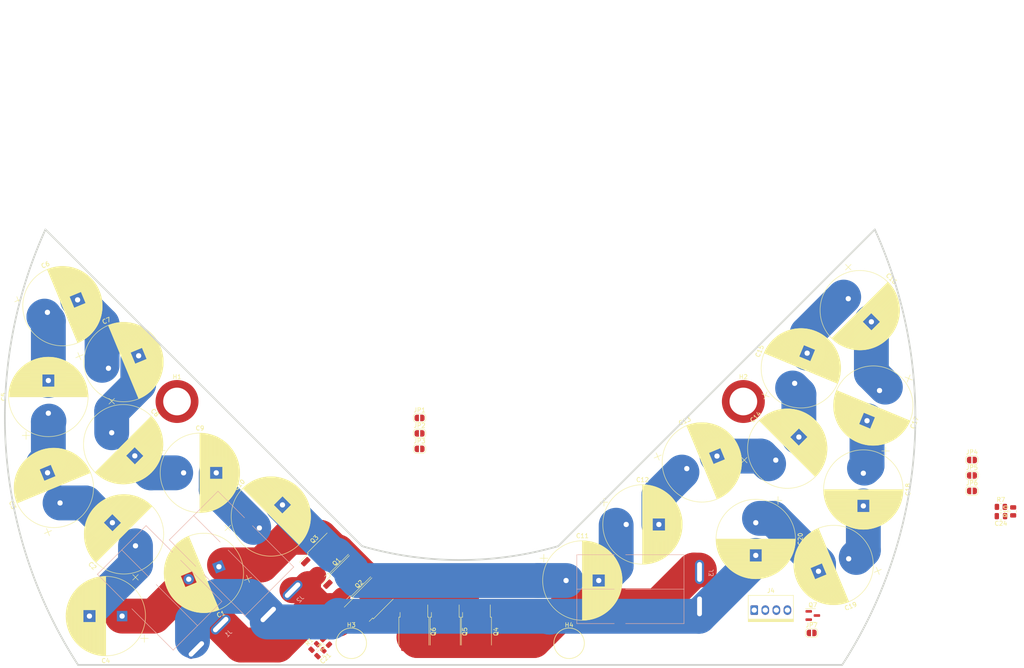
<source format=kicad_pcb>
(kicad_pcb (version 20221018) (generator pcbnew)
  (layers (0 "F.Cu" signal) (31 "B.Cu" signal) (34 "B.Paste" user) (35 "F.Paste" user) (36 "B.SilkS" user "B.Silkscreen") (37 "F.SilkS" user "F.Silkscreen") (38 "B.Mask" user) (39 "F.Mask" user) (44 "Edge.Cuts" user))
  (net 0 "")
  (net 1 "VBUS")
  (net 2 "Net-(C1-Pad2)")
  (net 3 "Net-(C2-Pad1)")
  (net 4 "Net-(C2-Pad2)")
  (net 5 "Net-(C3-Pad2)")
  (net 6 "Net-(C5-Pad2)")
  (net 7 "Net-(C6-Pad2)")
  (net 8 "Net-(C7-Pad2)")
  (net 9 "Net-(C8-Pad2)")
  (net 10 "Net-(C10-Pad1)")
  (net 11 "Net-(C10-Pad2)")
  (net 12 "Net-(C11-Pad2)")
  (net 13 "Net-(C12-Pad2)")
  (net 14 "Net-(C13-Pad2)")
  (net 15 "Net-(C14-Pad2)")
  (net 16 "Net-(C15-Pad2)")
  (net 17 "Net-(C16-Pad2)")
  (net 18 "Net-(C17-Pad2)")
  (net 19 "Net-(C18-Pad2)")
  (net 20 "Net-(C19-Pad2)")
  (net 21 "GND")
  (net 22 "VCAP")
  (net 23 "/VBUS_GATE")
  (net 24 "/VCAP_GATE")
  (net 25 "Net-(JP7-A)")
  (net 26 "+5V")
  (net 29 "VOUT")
  (footprint "Jumper:SolderJumper-2_P1.3mm_Open_RoundedPad1.0x1.5mm" (layer "F.Cu") (at 140.675 98.825)
    (fp_text reference "JP2" (at 0 -1.8) (layer "F.SilkS"))
    (fp_text value "SolderJumper_2_Open")
    (pad "1" smd custom (at -0.65 0) (size 1 0.5) (layers "F.Cu" "F.Mask") (net 1 "VBUS") (options (clearance outline) (anchor rect)) (primitives (gr_circle (center 0 0.25) (end 0.5 0.25) (width 0) (fill yes)) (gr_circle (center 0 -0.25) (end 0.5 -0.25) (width 0) (fill yes)) (gr_poly (pts (xy 0.5 0.75) (xy 0 0.75) (xy 0 -0.75) (xy 0.5 -0.75)) (width 0) (fill yes))))
    (pad "2" smd custom (at 0.65 0) (size 1 0.5) (layers "F.Cu" "F.Mask") (net 22 "VCAP") (options (clearance outline) (anchor rect)) (primitives (gr_circle (center 0 0.25) (end 0.5 0.25) (width 0) (fill yes)) (gr_circle (center 0 -0.25) (end 0.5 -0.25) (width 0) (fill yes)) (gr_poly (pts (xy 0 0.75) (xy -0.5 0.75) (xy -0.5 -0.75) (xy 0 -0.75)) (width 0) (fill yes))))
  )
  (footprint "Capacitor_THT:CP_Radial_D18.0mm_P7.50mm" (layer "F.Cu") (at 94.61944 129.425 -157.5)
    (fp_text reference "C1" (at 3.75 -10.25 22.5) (layer "F.SilkS"))
    (fp_text value "120F 2.3v")
    (pad "1" thru_hole rect (at 0 0 202.5) (size 2.4 2.4) (drill 1.2) (layers "*.Cu" "*.Mask") (net 22 "VCAP"))
    (pad "2" thru_hole circle (at 7.5 0 202.5) (size 2.4 2.4) (drill 1.2) (layers "*.Cu" "*.Mask") (net 2 "Net-(C1-Pad2)"))
  )
  (footprint "Capacitor_THT:CP_Radial_D18.0mm_P7.50mm" (layer "F.Cu") (at 239.08133 67.902115 -45)
    (fp_text reference "C16" (at 3.75 -10.25 135) (layer "F.SilkS"))
    (fp_text value "120F 2.3v")
    (pad "1" thru_hole rect (at 0 0 315) (size 2.4 2.4) (drill 1.2) (layers "*.Cu" "*.Mask") (net 16 "Net-(C15-Pad2)"))
    (pad "2" thru_hole circle (at 7.5 0 315) (size 2.4 2.4) (drill 1.2) (layers "*.Cu" "*.Mask") (net 17 "Net-(C16-Pad2)"))
  )
  (footprint "Capacitor_THT:CP_Radial_D18.0mm_P7.50mm" (layer "F.Cu") (at 70.005994 98.670995 -45)
    (fp_text reference "C8" (at 3.75 -10.25 135) (layer "F.SilkS"))
    (fp_text value "120F 2.3v")
    (pad "1" thru_hole rect (at 0 0 315) (size 2.4 2.4) (drill 1.2) (layers "*.Cu" "*.Mask") (net 8 "Net-(C7-Pad2)"))
    (pad "2" thru_hole circle (at 7.5 0 315) (size 2.4 2.4) (drill 1.2) (layers "*.Cu" "*.Mask") (net 9 "Net-(C8-Pad2)"))
  )
  (footprint "Resistor_SMD:R_0805_2012Metric" (layer "F.Cu") (at 116.513473 147.836304 45)
    (fp_text reference "R1" (at 0 -1.65 45) (layer "F.SilkS"))
    (fp_text value "10k")
    (pad "1" smd roundrect (at -0.9125 0 45) (size 1.025 1.4) (layers "F.Cu" "F.Paste" "F.Mask") (roundrect_rratio 0.243902) (net 1 "VBUS"))
    (pad "2" smd roundrect (at 0.9125 0 45) (size 1.025 1.4) (layers "F.Cu" "F.Paste" "F.Mask") (roundrect_rratio 0.243902) (net 23 "/VBUS_GATE"))
  )
  (footprint "Resistor_SMD:R_0805_2012Metric" (layer "F.Cu") (at 274.115 115.685)
    (fp_text reference "R7" (at 0 -1.65) (layer "F.SilkS"))
    (fp_text value "10k")
    (pad "1" smd roundrect (at -0.9125 0) (size 1.025 1.4) (layers "F.Cu" "F.Paste" "F.Mask") (roundrect_rratio 0.243902) (net 22 "VCAP"))
    (pad "2" smd roundrect (at 0.9125 0) (size 1.025 1.4) (layers "F.Cu" "F.Paste" "F.Mask") (roundrect_rratio 0.243902) (net 24 "/VCAP_GATE"))
  )
  (footprint "Capacitor_THT:CP_Radial_D18.0mm_P7.50mm" (layer "F.Cu") (at 55.25189 71.037688 22.5)
    (fp_text reference "C6" (at 3.75 -10.25 22.5) (layer "F.SilkS"))
    (fp_text value "120F 2.3v")
    (pad "1" thru_hole rect (at 0 0 22.5) (size 2.4 2.4) (drill 1.2) (layers "*.Cu" "*.Mask") (net 6 "Net-(C5-Pad2)"))
    (pad "2" thru_hole circle (at 7.5 0 22.5) (size 2.4 2.4) (drill 1.2) (layers "*.Cu" "*.Mask") (net 7 "Net-(C6-Pad2)"))
  )
  (footprint "Jumper:SolderJumper-2_P1.3mm_Open_RoundedPad1.0x1.5mm" (layer "F.Cu") (at 267.475 112.025)
    (fp_text reference "JP6" (at 0 -1.8) (layer "F.SilkS"))
    (fp_text value "SolderJumper_2_Open")
    (pad "1" smd custom (at -0.65 0) (size 1 0.5) (layers "F.Cu" "F.Mask") (net 22 "VCAP") (options (clearance outline) (anchor rect)) (primitives (gr_circle (center 0 0.25) (end 0.5 0.25) (width 0) (fill yes)) (gr_circle (center 0 -0.25) (end 0.5 -0.25) (width 0) (fill yes)) (gr_poly (pts (xy 0.5 0.75) (xy 0 0.75) (xy 0 -0.75) (xy 0.5 -0.75)) (width 0) (fill yes))))
    (pad "2" smd custom (at 0.65 0) (size 1 0.5) (layers "F.Cu" "F.Mask") (net 29 "VOUT") (options (clearance outline) (anchor rect)) (primitives (gr_circle (center 0 0.25) (end 0.5 0.25) (width 0) (fill yes)) (gr_circle (center 0 -0.25) (end 0.5 -0.25) (width 0) (fill yes)) (gr_poly (pts (xy 0 0.75) (xy -0.5 0.75) (xy -0.5 -0.75) (xy 0 -0.75)) (width 0) (fill yes))))
  )
  (footprint "Jumper:SolderJumper-2_P1.3mm_Open_RoundedPad1.0x1.5mm" (layer "F.Cu") (at 140.675 102.375)
    (fp_text reference "JP3" (at 0 -1.8) (layer "F.SilkS"))
    (fp_text value "SolderJumper_2_Open")
    (pad "1" smd custom (at -0.65 0) (size 1 0.5) (layers "F.Cu" "F.Mask") (net 1 "VBUS") (options (clearance outline) (anchor rect)) (primitives (gr_circle (center 0 0.25) (end 0.5 0.25) (width 0) (fill yes)) (gr_circle (center 0 -0.25) (end 0.5 -0.25) (width 0) (fill yes)) (gr_poly (pts (xy 0.5 0.75) (xy 0 0.75) (xy 0 -0.75) (xy 0.5 -0.75)) (width 0) (fill yes))))
    (pad "2" smd custom (at 0.65 0) (size 1 0.5) (layers "F.Cu" "F.Mask") (net 22 "VCAP") (options (clearance outline) (anchor rect)) (primitives (gr_circle (center 0 0.25) (end 0.5 0.25) (width 0) (fill yes)) (gr_circle (center 0 -0.25) (end 0.5 -0.25) (width 0) (fill yes)) (gr_poly (pts (xy 0 0.75) (xy -0.5 0.75) (xy -0.5 -0.75) (xy 0 -0.75)) (width 0) (fill yes))))
  )
  (footprint "Capacitor_THT:CP_Radial_D18.0mm_P7.50mm" (layer "F.Cu") (at 72.394165 140.758704 180)
    (fp_text reference "C4" (at 3.75 -10.25) (layer "F.SilkS"))
    (fp_text value "120F 2.3v")
    (pad "1" thru_hole rect (at 0 0 180) (size 2.4 2.4) (drill 1.2) (layers "*.Cu" "*.Mask") (net 2 "Net-(C1-Pad2)"))
    (pad "2" thru_hole circle (at 7.5 0 180) (size 2.4 2.4) (drill 1.2) (layers "*.Cu" "*.Mask") (net 3 "Net-(C2-Pad1)"))
  )
  (footprint "supercap:Sinhoo-SMTSO40x-C2916378" (layer "F.Cu") (at 215 91.5)
    (fp_text reference "H2" (at 0 -5.65) (layer "F.SilkS"))
    (fp_text value "MountingHole_Pad")
    (pad "" np_thru_hole circle (at 0 0) (size 6.35 6.35) (drill 6.35) (layers "F&B.Cu" "*.Mask"))
    (pad "1" smd circle (at -3.7 0) (size 1.6 1.6) (layers "F.Cu"))
    (pad "1" smd circle (at 0 -3.7) (size 1.6 1.6) (layers "F.Cu"))
    (pad "1" smd circle (at 0 3.7) (size 1.6 1.6) (layers "F.Cu"))
    (pad "1" smd custom (at 3.93 0) (size 1.6 1.6) (layers "F.Cu" "F.Mask") (options (clearance outline) (anchor circle)) (primitives (gr_circle (center -3.93 0) (end 0 0) (width 2) (fill none))))
  )
  (footprint "Capacitor_THT:CP_Radial_D18.0mm_P7.50mm" (layer "F.Cu") (at 103.903103 120.53606 45)
    (fp_text reference "C10" (at 3.75 -10.25 45) (layer "F.SilkS"))
    (fp_text value "120F 2.3v")
    (pad "1" thru_hole rect (at 0 0 45) (size 2.4 2.4) (drill 1.2) (layers "*.Cu" "*.Mask") (net 10 "Net-(C10-Pad1)"))
    (pad "2" thru_hole circle (at 7.5 0 45) (size 2.4 2.4) (drill 1.2) (layers "*.Cu" "*.Mask") (net 11 "Net-(C10-Pad2)"))
  )
  (footprint "Package_TO_SOT_SMD:TO-252-2" (layer "F.Cu") (at 129.981528 136.61655 45)
    (fp_text reference "Q2" (at 0 -4.5 45) (layer "F.SilkS"))
    (fp_text value "100V 34A PMOS")
    (pad "1" smd roundrect (at -5.04 -2.28 45) (size 2.2 1.2) (layers "F.Cu" "F.Paste" "F.Mask") (roundrect_rratio 0.208333) (net 23 "/VBUS_GATE"))
    (pad "2" smd roundrect (at -0.415 -1.525 45) (size 3.05 2.75) (layers "F.Cu" "F.Paste") (roundrect_rratio 0.090909) (net 22 "VCAP"))
    (pad "2" smd roundrect (at -0.415 1.525 45) (size 3.05 2.75) (layers "F.Cu" "F.Paste") (roundrect_rratio 0.090909) (net 22 "VCAP"))
    (pad "2" smd roundrect (at 1.26 0 45) (size 6.4 5.8) (layers "F.Cu" "F.Mask") (roundrect_rratio 0.043103) (net 22 "VCAP"))
    (pad "2" smd roundrect (at 2.935 -1.525 45) (size 3.05 2.75) (layers "F.Cu" "F.Paste") (roundrect_rratio 0.090909) (net 22 "VCAP"))
    (pad "2" smd roundrect (at 2.935 1.525 45) (size 3.05 2.75) (layers "F.Cu" "F.Paste") (roundrect_rratio 0.090909) (net 22 "VCAP"))
    (pad "3" smd roundrect (at -5.04 2.28 45) (size 2.2 1.2) (layers "F.Cu" "F.Paste" "F.Mask") (roundrect_rratio 0.208333) (net 1 "VBUS"))
  )
  (footprint "Capacitor_THT:CP_Radial_D18.0mm_P7.50mm" (layer "F.Cu") (at 239.17333 127.604252 -157.5)
    (fp_text reference "C19" (at 3.75 -10.25 22.5) (layer "F.SilkS"))
    (fp_text value "120F 2.3v")
    (pad "1" thru_hole rect (at 0 0 202.5) (size 2.4 2.4) (drill 1.2) (layers "*.Cu" "*.Mask") (net 19 "Net-(C18-Pad2)"))
    (pad "2" thru_hole circle (at 7.5 0 202.5) (size 2.4 2.4) (drill 1.2) (layers "*.Cu" "*.Mask") (net 20 "Net-(C19-Pad2)"))
  )
  (footprint "Package_TO_SOT_SMD:TO-252-2" (layer "F.Cu") (at 153.725001 144.314999 -90)
    (fp_text reference "Q4" (at 0 -4.5 90) (layer "F.SilkS"))
    (fp_text value "100V 34A PMOS")
    (pad "1" smd roundrect (at -5.04 -2.28 270) (size 2.2 1.2) (layers "F.Cu" "F.Paste" "F.Mask") (roundrect_rratio 0.208333) (net 24 "/VCAP_GATE"))
    (pad "2" smd roundrect (at -0.415 -1.525 270) (size 3.05 2.75) (layers "F.Cu" "F.Paste") (roundrect_rratio 0.090909) (net 29 "VOUT"))
    (pad "2" smd roundrect (at -0.415 1.525 270) (size 3.05 2.75) (layers "F.Cu" "F.Paste") (roundrect_rratio 0.090909) (net 29 "VOUT"))
    (pad "2" smd roundrect (at 1.26 0 270) (size 6.4 5.8) (layers "F.Cu" "F.Mask") (roundrect_rratio 0.043103) (net 29 "VOUT"))
    (pad "2" smd roundrect (at 2.935 -1.525 270) (size 3.05 2.75) (layers "F.Cu" "F.Paste") (roundrect_rratio 0.090909) (net 29 "VOUT"))
    (pad "2" smd roundrect (at 2.935 1.525 270) (size 3.05 2.75) (layers "F.Cu" "F.Paste") (roundrect_rratio 0.090909) (net 29 "VOUT"))
    (pad "3" smd roundrect (at -5.04 2.28 270) (size 2.2 1.2) (layers "F.Cu" "F.Paste" "F.Mask") (roundrect_rratio 0.208333) (net 22 "VCAP"))
  )
  (footprint "Package_TO_SOT_SMD:TO-252-2" (layer "F.Cu") (at 124.810321 131.48891 45)
    (fp_text reference "Q1" (at 0 -4.5 45) (layer "F.SilkS"))
    (fp_text value "100V 34A PMOS")
    (pad "1" smd roundrect (at -5.04 -2.28 45) (size 2.2 1.2) (layers "F.Cu" "F.Paste" "F.Mask") (roundrect_rratio 0.208333) (net 23 "/VBUS_GATE"))
    (pad "2" smd roundrect (at -0.415 -1.525 45) (size 3.05 2.75) (layers "F.Cu" "F.Paste") (roundrect_rratio 0.090909) (net 22 "VCAP"))
    (pad "2" smd roundrect (at -0.415 1.525 45) (size 3.05 2.75) (layers "F.Cu" "F.Paste") (roundrect_rratio 0.090909) (net 22 "VCAP"))
    (pad "2" smd roundrect (at 1.26 0 45) (size 6.4 5.8) (layers "F.Cu" "F.Mask") (roundrect_rratio 0.043103) (net 22 "VCAP"))
    (pad "2" smd roundrect (at 2.935 -1.525 45) (size 3.05 2.75) (layers "F.Cu" "F.Paste") (roundrect_rratio 0.090909) (net 22 "VCAP"))
    (pad "2" smd roundrect (at 2.935 1.525 45) (size 3.05 2.75) (layers "F.Cu" "F.Paste") (roundrect_rratio 0.090909) (net 22 "VCAP"))
    (pad "3" smd roundrect (at -5.04 2.28 45) (size 2.2 1.2) (layers "F.Cu" "F.Paste" "F.Mask") (roundrect_rratio 0.208333) (net 1 "VBUS"))
  )
  (footprint "Jumper:SolderJumper-2_P1.3mm_Open_RoundedPad1.0x1.5mm" (layer "F.Cu") (at 230.675 144.625)
    (fp_text reference "JP7" (at 0 -1.8) (layer "F.SilkS"))
    (fp_text value "SolderJumper_2_Open")
    (pad "1" smd custom (at -0.65 0) (size 1 0.5) (layers "F.Cu" "F.Mask") (net 25 "Net-(JP7-A)") (options (clearance outline) (anchor rect)) (primitives (gr_circle (center 0 0.25) (end 0.5 0.25) (width 0) (fill yes)) (gr_circle (center 0 -0.25) (end 0.5 -0.25) (width 0) (fill yes)) (gr_poly (pts (xy 0.5 0.75) (xy 0 0.75) (xy 0 -0.75) (xy 0.5 -0.75)) (width 0) (fill yes))))
    (pad "2" smd custom (at 0.65 0) (size 1 0.5) (layers "F.Cu" "F.Mask") (net 21 "GND") (options (clearance outline) (anchor rect)) (primitives (gr_circle (center 0 0.25) (end 0.5 0.25) (width 0) (fill yes)) (gr_circle (center 0 -0.25) (end 0.5 -0.25) (width 0) (fill yes)) (gr_poly (pts (xy 0 0.75) (xy -0.5 0.75) (xy -0.5 -0.75) (xy 0 -0.75)) (width 0) (fill yes))))
  )
  (footprint "Capacitor_THT:CP_Radial_D18.0mm_P7.50mm" (layer "F.Cu") (at 217.847201 119.325001 -90)
    (fp_text reference "C20" (at 3.75 -10.25 90) (layer "F.SilkS"))
    (fp_text value "120F 2.3v")
    (pad "1" thru_hole rect (at 0 0 270) (size 2.4 2.4) (drill 1.2) (layers "*.Cu" "*.Mask") (net 20 "Net-(C19-Pad2)"))
    (pad "2" thru_hole circle (at 7.5 0 270) (size 2.4 2.4) (drill 1.2) (layers "*.Cu" "*.Mask") (net 21 "GND"))
  )
  (footprint "Capacitor_THT:CP_Radial_D18.0mm_P7.50mm" (layer "F.Cu") (at 55.465002 94.189418 90)
    (fp_text reference "C5" (at 3.75 -10.25 90) (layer "F.SilkS"))
    (fp_text value "120F 2.3v")
    (pad "1" thru_hole rect (at 0 0 90) (size 2.4 2.4) (drill 1.2) (layers "*.Cu" "*.Mask") (net 5 "Net-(C3-Pad2)"))
    (pad "2" thru_hole circle (at 7.5 0 90) (size 2.4 2.4) (drill 1.2) (layers "*.Cu" "*.Mask") (net 6 "Net-(C5-Pad2)"))
  )
  (footprint "Capacitor_THT:CP_Radial_D18.0mm_P7.50mm" (layer "F.Cu") (at 188.10832 119.725)
    (fp_text reference "C12" (at 3.75 -10.25) (layer "F.SilkS"))
    (fp_text value "120F 2.3v")
    (pad "1" thru_hole rect (at 0 0) (size 2.4 2.4) (drill 1.2) (layers "*.Cu" "*.Mask") (net 12 "Net-(C11-Pad2)"))
    (pad "2" thru_hole circle (at 7.5 0) (size 2.4 2.4) (drill 1.2) (layers "*.Cu" "*.Mask") (net 13 "Net-(C12-Pad2)"))
  )
  (footprint "Resistor_SMD:R_0805_2012Metric" (layer "F.Cu") (at 276.935 116.725 90)
    (fp_text reference "R10" (at 0 -1.65 90) (layer "F.SilkS"))
    (fp_text value "20k")
    (pad "1" smd roundrect (at -0.9125 0 90) (size 1.025 1.4) (layers "F.Cu" "F.Paste" "F.Mask") (roundrect_rratio 0.243902) (net 24 "/VCAP_GATE"))
    (pad "2" smd roundrect (at 0.9125 0 90) (size 1.025 1.4) (layers "F.Cu" "F.Paste" "F.Mask") (roundrect_rratio 0.243902) (net 25 "Net-(JP7-A)"))
  )
  (footprint "Capacitor_THT:CP_Radial_D18.0mm_P7.50mm" (layer "F.Cu") (at 242.540387 107.96848 -90)
    (fp_text reference "C18" (at 3.75 -10.25 90) (layer "F.SilkS"))
    (fp_text value "120F 2.3v")
    (pad "1" thru_hole rect (at 0 0 270) (size 2.4 2.4) (drill 1.2) (layers "*.Cu" "*.Mask") (net 18 "Net-(C17-Pad2)"))
    (pad "2" thru_hole circle (at 7.5 0 270) (size 2.4 2.4) (drill 1.2) (layers "*.Cu" "*.Mask") (net 19 "Net-(C18-Pad2)"))
  )
  (footprint "Capacitor_THT:CP_Radial_D18.0mm_P7.50mm" (layer "F.Cu") (at 222.438549 104.962181 45)
    (fp_text reference "C14" (at 3.75 -10.25 45) (layer "F.SilkS"))
    (fp_text value "120F 2.3v")
    (pad "1" thru_hole rect (at 0 0 45) (size 2.4 2.4) (drill 1.2) (layers "*.Cu" "*.Mask") (net 14 "Net-(C13-Pad2)"))
    (pad "2" thru_hole circle (at 7.5 0 45) (size 2.4 2.4) (drill 1.2) (layers "*.Cu" "*.Mask") (net 15 "Net-(C14-Pad2)"))
  )
  (footprint "Capacitor_THT:CP_Radial_D18.0mm_P7.50mm" (layer "F.Cu") (at 246.255622 88.983241 -112.5)
    (fp_text reference "C17" (at 3.75 -10.25 67.5) (layer "F.SilkS"))
    (fp_text value "120F 2.3v")
    (pad "1" thru_hole rect (at 0 0 247.5) (size 2.4 2.4) (drill 1.2) (layers "*.Cu" "*.Mask") (net 17 "Net-(C16-Pad2)"))
    (pad "2" thru_hole circle (at 7.5 0 247.5) (size 2.4 2.4) (drill 1.2) (layers "*.Cu" "*.Mask") (net 18 "Net-(C17-Pad2)"))
  )
  (footprint "Package_TO_SOT_SMD:TO-252-2" (layer "F.Cu") (at 119.707834 126.321003 45)
    (fp_text reference "Q3" (at 0 -4.5 45) (layer "F.SilkS"))
    (fp_text value "100V 34A PMOS")
    (pad "1" smd roundrect (at -5.04 -2.28 45) (size 2.2 1.2) (layers "F.Cu" "F.Paste" "F.Mask") (roundrect_rratio 0.208333) (net 23 "/VBUS_GATE"))
    (pad "2" smd roundrect (at -0.415 -1.525 45) (size 3.05 2.75) (layers "F.Cu" "F.Paste") (roundrect_rratio 0.090909) (net 22 "VCAP"))
    (pad "2" smd roundrect (at -0.415 1.525 45) (size 3.05 2.75) (layers "F.Cu" "F.Paste") (roundrect_rratio 0.090909) (net 22 "VCAP"))
    (pad "2" smd roundrect (at 1.26 0 45) (size 6.4 5.8) (layers "F.Cu" "F.Mask") (roundrect_rratio 0.043103) (net 22 "VCAP"))
    (pad "2" smd roundrect (at 2.935 -1.525 45) (size 3.05 2.75) (layers "F.Cu" "F.Paste") (roundrect_rratio 0.090909) (net 22 "VCAP"))
    (pad "2" smd roundrect (at 2.935 1.525 45) (size 3.05 2.75) (layers "F.Cu" "F.Paste") (roundrect_rratio 0.090909) (net 22 "VCAP"))
    (pad "3" smd roundrect (at -5.04 2.28 45) (size 2.2 1.2) (layers "F.Cu" "F.Paste" "F.Mask") (roundrect_rratio 0.208333) (net 1 "VBUS"))
  )
  (footprint "Capacitor_THT:CP_Radial_D18.0mm_P7.50mm" (layer "F.Cu") (at 75.46944 124.625 135)
    (fp_text reference "C2" (at 3.75 -10.25 135) (layer "F.SilkS"))
    (fp_text value "120F 2.3v")
    (pad "1" thru_hole rect (at 0 0 135) (size 2.4 2.4) (drill 1.2) (layers "*.Cu" "*.Mask") (net 3 "Net-(C2-Pad1)"))
    (pad "2" thru_hole circle (at 7.5 0 135) (size 2.4 2.4) (drill 1.2) (layers "*.Cu" "*.Mask") (net 4 "Net-(C2-Pad2)"))
  )
  (footprint "Capacitor_THT:CP_Radial_D18.0mm_P7.50mm" (layer "F.Cu") (at 174.305365 132.593759)
    (fp_text reference "C11" (at 3.75 -10.25) (layer "F.SilkS"))
    (fp_text value "120F 2.3v")
    (pad "1" thru_hole rect (at 0 0) (size 2.4 2.4) (drill 1.2) (layers "*.Cu" "*.Mask") (net 11 "Net-(C10-Pad2)"))
    (pad "2" thru_hole circle (at 7.5 0) (size 2.4 2.4) (drill 1.2) (layers "*.Cu" "*.Mask") (net 12 "Net-(C11-Pad2)"))
  )
  (footprint "Package_TO_SOT_SMD:TO-252-2" (layer "F.Cu") (at 139.375002 144.314999 -90)
    (fp_text reference "Q6" (at 0 -4.5 90) (layer "F.SilkS"))
    (fp_text value "100V 34A PMOS")
    (pad "1" smd roundrect (at -5.04 -2.28 270) (size 2.2 1.2) (layers "F.Cu" "F.Paste" "F.Mask") (roundrect_rratio 0.208333) (net 24 "/VCAP_GATE"))
    (pad "2" smd roundrect (at -0.415 -1.525 270) (size 3.05 2.75) (layers "F.Cu" "F.Paste") (roundrect_rratio 0.090909) (net 29 "VOUT"))
    (pad "2" smd roundrect (at -0.415 1.525 270) (size 3.05 2.75) (layers "F.Cu" "F.Paste") (roundrect_rratio 0.090909) (net 29 "VOUT"))
    (pad "2" smd roundrect (at 1.26 0 270) (size 6.4 5.8) (layers "F.Cu" "F.Mask") (roundrect_rratio 0.043103) (net 29 "VOUT"))
    (pad "2" smd roundrect (at 2.935 -1.525 270) (size 3.05 2.75) (layers "F.Cu" "F.Paste") (roundrect_rratio 0.090909) (net 29 "VOUT"))
    (pad "2" smd roundrect (at 2.935 1.525 270) (size 3.05 2.75) (layers "F.Cu" "F.Paste") (roundrect_rratio 0.090909) (net 29 "VOUT"))
    (pad "3" smd roundrect (at -5.04 2.28 270) (size 2.2 1.2) (layers "F.Cu" "F.Paste" "F.Mask") (roundrect_rratio 0.208333) (net 22 "VCAP"))
  )
  (footprint "Capacitor_THT:CP_Radial_D18.0mm_P7.50mm" (layer "F.Cu") (at 202.015423 106.901578 22.5)
    (fp_text reference "C13" (at 3.75 -10.25 22.5) (layer "F.SilkS"))
    (fp_text value "120F 2.3v")
    (pad "1" thru_hole rect (at 0 0 22.5) (size 2.4 2.4) (drill 1.2) (layers "*.Cu" "*.Mask") (net 13 "Net-(C12-Pad2)"))
    (pad "2" thru_hole circle (at 7.5 0 22.5) (size 2.4 2.4) (drill 1.2) (layers "*.Cu" "*.Mask") (net 14 "Net-(C13-Pad2)"))
  )
  (footprint "Package_TO_SOT_SMD:TO-252-2" (layer "F.Cu") (at 146.575001 144.315 -90)
    (fp_text reference "Q5" (at 0 -4.5 90) (layer "F.SilkS"))
    (fp_text value "100V 34A PMOS")
    (pad "1" smd roundrect (at -5.04 -2.28 270) (size 2.2 1.2) (layers "F.Cu" "F.Paste" "F.Mask") (roundrect_rratio 0.208333) (net 24 "/VCAP_GATE"))
    (pad "2" smd roundrect (at -0.415 -1.525 270) (size 3.05 2.75) (layers "F.Cu" "F.Paste") (roundrect_rratio 0.090909) (net 29 "VOUT"))
    (pad "2" smd roundrect (at -0.415 1.525 270) (size 3.05 2.75) (layers "F.Cu" "F.Paste") (roundrect_rratio 0.090909) (net 29 "VOUT"))
    (pad "2" smd roundrect (at 1.26 0 270) (size 6.4 5.8) (layers "F.Cu" "F.Mask") (roundrect_rratio 0.043103) (net 29 "VOUT"))
    (pad "2" smd roundrect (at 2.935 -1.525 270) (size 3.05 2.75) (layers "F.Cu" "F.Paste") (roundrect_rratio 0.090909) (net 29 "VOUT"))
    (pad "2" smd roundrect (at 2.935 1.525 270) (size 3.05 2.75) (layers "F.Cu" "F.Paste") (roundrect_rratio 0.090909) (net 29 "VOUT"))
    (pad "3" smd roundrect (at -5.04 2.28 270) (size 2.2 1.2) (layers "F.Cu" "F.Paste" "F.Mask") (roundrect_rratio 0.208333) (net 22 "VCAP"))
  )
  (footprint "Capacitor_THT:CP_Radial_D18.0mm_P7.50mm" (layer "F.Cu") (at 58.152638 114.7881 112.5)
    (fp_text reference "C3" (at 3.75 -10.25 112.5) (layer "F.SilkS"))
    (fp_text value "120F 2.3v")
    (pad "1" thru_hole rect (at 0 0 112.5) (size 2.4 2.4) (drill 1.2) (layers "*.Cu" "*.Mask") (net 4 "Net-(C2-Pad2)"))
    (pad "2" thru_hole circle (at 7.5 0 112.5) (size 2.4 2.4) (drill 1.2) (layers "*.Cu" "*.Mask") (net 5 "Net-(C3-Pad2)"))
  )
  (footprint "Jumper:SolderJumper-2_P1.3mm_Open_RoundedPad1.0x1.5mm" (layer "F.Cu") (at 140.675 95.275)
    (fp_text reference "JP1" (at 0 -1.8) (layer "F.SilkS"))
    (fp_text value "SolderJumper_2_Open")
    (pad "1" smd custom (at -0.65 0) (size 1 0.5) (layers "F.Cu" "F.Mask") (net 1 "VBUS") (options (clearance outline) (anchor rect)) (primitives (gr_circle (center 0 0.25) (end 0.5 0.25) (width 0) (fill yes)) (gr_circle (center 0 -0.25) (end 0.5 -0.25) (width 0) (fill yes)) (gr_poly (pts (xy 0.5 0.75) (xy 0 0.75) (xy 0 -0.75) (xy 0.5 -0.75)) (width 0) (fill yes))))
    (pad "2" smd custom (at 0.65 0) (size 1 0.5) (layers "F.Cu" "F.Mask") (net 22 "VCAP") (options (clearance outline) (anchor rect)) (primitives (gr_circle (center 0 0.25) (end 0.5 0.25) (width 0) (fill yes)) (gr_circle (center 0 -0.25) (end 0.5 -0.25) (width 0) (fill yes)) (gr_poly (pts (xy 0 0.75) (xy -0.5 0.75) (xy -0.5 -0.75) (xy 0 -0.75)) (width 0) (fill yes))))
  )
  (footprint "Jumper:SolderJumper-2_P1.3mm_Open_RoundedPad1.0x1.5mm" (layer "F.Cu") (at 267.475 104.925)
    (fp_text reference "JP4" (at 0 -1.8) (layer "F.SilkS"))
    (fp_text value "SolderJumper_2_Open")
    (pad "1" smd custom (at -0.65 0) (size 1 0.5) (layers "F.Cu" "F.Mask") (net 22 "VCAP") (options (clearance outline) (anchor rect)) (primitives (gr_circle (center 0 0.25) (end 0.5 0.25) (width 0) (fill yes)) (gr_circle (center 0 -0.25) (end 0.5 -0.25) (width 0) (fill yes)) (gr_poly (pts (xy 0.5 0.75) (xy 0 0.75) (xy 0 -0.75) (xy 0.5 -0.75)) (width 0) (fill yes))))
    (pad "2" smd custom (at 0.65 0) (size 1 0.5) (layers "F.Cu" "F.Mask") (net 29 "VOUT") (options (clearance outline) (anchor rect)) (primitives (gr_circle (center 0 0.25) (end 0.5 0.25) (width 0) (fill yes)) (gr_circle (center 0 -0.25) (end 0.5 -0.25) (width 0) (fill yes)) (gr_poly (pts (xy 0 0.75) (xy -0.5 0.75) (xy -0.5 -0.75) (xy 0 -0.75)) (width 0) (fill yes))))
  )
  (footprint "Capacitor_SMD:C_0805_2012Metric" (layer "F.Cu") (at 117.913545 149.278801 -135)
    (fp_text reference "C21" (at 0 -1.68 45) (layer "F.SilkS"))
    (fp_text value "1uF")
    (pad "1" smd roundrect (at -0.95 0 225) (size 1 1.45) (layers "F.Cu" "F.Paste" "F.Mask") (net 23 "/VBUS_GATE"))
    (pad "2" smd roundrect (at 0.95 0 225) (size 1 1.45) (layers "F.Cu" "F.Paste" "F.Mask") (net 1 "VBUS"))
  )
  (footprint "Capacitor_SMD:C_0805_2012Metric" (layer "F.Cu") (at 274.125 117.815 180)
    (fp_text reference "C24" (at 0 -1.68) (layer "F.SilkS"))
    (fp_text value "1uF")
    (pad "1" smd roundrect (at -0.95 0 180) (size 1 1.45) (layers "F.Cu" "F.Paste" "F.Mask") (net 24 "/VCAP_GATE"))
    (pad "2" smd roundrect (at 0.95 0 180) (size 1 1.45) (layers "F.Cu" "F.Paste" "F.Mask") (net 22 "VCAP"))
  )
  (footprint "Jumper:SolderJumper-2_P1.3mm_Open_RoundedPad1.0x1.5mm" (layer "F.Cu") (at 267.475 108.475)
    (fp_text reference "JP5" (at 0 -1.8) (layer "F.SilkS"))
    (fp_text value "SolderJumper_2_Open")
    (pad "1" smd custom (at -0.65 0) (size 1 0.5) (layers "F.Cu" "F.Mask") (net 22 "VCAP") (options (clearance outline) (anchor rect)) (primitives (gr_circle (center 0 0.25) (end 0.5 0.25) (width 0) (fill yes)) (gr_circle (center 0 -0.25) (end 0.5 -0.25) (width 0) (fill yes)) (gr_poly (pts (xy 0.5 0.75) (xy 0 0.75) (xy 0 -0.75) (xy 0.5 -0.75)) (width 0) (fill yes))))
    (pad "2" smd custom (at 0.65 0) (size 1 0.5) (layers "F.Cu" "F.Mask") (net 29 "VOUT") (options (clearance outline) (anchor rect)) (primitives (gr_circle (center 0 0.25) (end 0.5 0.25) (width 0) (fill yes)) (gr_circle (center 0 -0.25) (end 0.5 -0.25) (width 0) (fill yes)) (gr_poly (pts (xy 0 0.75) (xy -0.5 0.75) (xy -0.5 -0.75) (xy 0 -0.75)) (width 0) (fill yes))))
  )
  (footprint "Resistor_SMD:R_0805_2012Metric" (layer "F.Cu") (at 119.228763 146.69079 135)
    (fp_text reference "R2" (at 0 -1.65 135) (layer "F.SilkS"))
    (fp_text value "20k")
    (pad "1" smd roundrect (at -0.9125 0 135) (size 1.025 1.4) (layers "F.Cu" "F.Paste" "F.Mask") (roundrect_rratio 0.243902) (net 23 "/VBUS_GATE"))
    (pad "2" smd roundrect (at 0.9125 0 135) (size 1.025 1.4) (layers "F.Cu" "F.Paste" "F.Mask") (roundrect_rratio 0.243902) (net 21 "GND"))
  )
  (footprint "supercap:Sinhoo-SMTSO40x-C2916378" (layer "F.Cu") (at 85 91.5)
    (fp_text reference "H1" (at 0 -5.65) (layer "F.SilkS"))
    (fp_text value "MountingHole_Pad")
    (pad "" np_thru_hole circle (at 0 0) (size 6.35 6.35) (drill 6.35) (layers "F&B.Cu" "*.Mask"))
    (pad "1" smd circle (at -3.7 0) (size 1.6 1.6) (layers "F.Cu"))
    (pad "1" smd circle (at 0 -3.7) (size 1.6 1.6) (layers "F.Cu"))
    (pad "1" smd circle (at 0 3.7) (size 1.6 1.6) (layers "F.Cu"))
    (pad "1" smd custom (at 3.93 0) (size 1.6 1.6) (layers "F.Cu" "F.Mask") (options (clearance outline) (anchor circle)) (primitives (gr_circle (center -3.93 0) (end 0 0) (width 2) (fill none))))
  )
  (footprint "supercap:PINREX-744-81-04TW00 _1x04_P2.54mm_Vertical" (layer "F.Cu") (at 217.495 139.045)
    (fp_text reference "J4" (at 3.81 -4.12) (layer "F.SilkS"))
    (fp_text value "CAN2 PLUG")
    (pad "1" thru_hole roundrect (at 0 0.34) (size 1.74 2.19) (drill 1.19) (layers "*.Cu" "*.Mask") (roundrect_rratio 0.143678) (net 26 "+5V"))
    (pad "2" thru_hole oval (at 2.54 0.34) (size 1.74 2.19) (drill 1.19) (layers "*.Cu" "*.Mask"))
    (pad "3" thru_hole oval (at 5.08 0.34) (size 1.74 2.19) (drill 1.19) (layers "*.Cu" "*.Mask"))
    (pad "4" thru_hole oval (at 7.62 0.34) (size 1.74 2.19) (drill 1.19) (layers "*.Cu" "*.Mask") (net 21 "GND"))
  )
  (footprint "supercap:MountingHole_3.9mm_Plastite_#6" (layer "F.Cu") (at 175 147)
    (fp_text reference "H4" (at 0 -4.2) (layer "F.SilkS"))
    (fp_text value "MountingHole")
    (pad "" np_thru_hole circle (at 0 0) (size 3.9 3.9) (drill 3.9) (layers "F&B.Cu" "*.Mask"))
  )
  (footprint "Capacitor_THT:CP_Radial_D18.0mm_P7.50mm" (layer "F.Cu") (at 69.26388 83.875 22.5)
    (fp_text reference "C7" (at 3.75 -10.25 22.5) (layer "F.SilkS"))
    (fp_text value "120F 2.3v")
    (pad "1" thru_hole rect (at 0 0 22.5) (size 2.4 2.4) (drill 1.2) (layers "*.Cu" "*.Mask") (net 7 "Net-(C6-Pad2)"))
    (pad "2" thru_hole circle (at 7.5 0 22.5) (size 2.4 2.4) (drill 1.2) (layers "*.Cu" "*.Mask") (net 8 "Net-(C7-Pad2)"))
  )
  (footprint "supercap:MountingHole_3.9mm_Plastite_#6" (layer "F.Cu") (at 125 147)
    (fp_text reference "H3" (at 0 -4.2) (layer "F.SilkS"))
    (fp_text value "MountingHole")
    (pad "" np_thru_hole circle (at 0 0) (size 3.9 3.9) (drill 3.9) (layers "F&B.Cu" "*.Mask"))
  )
  (footprint "Capacitor_THT:CP_Radial_D18.0mm_P7.50mm" (layer "F.Cu") (at 86.50832 107.875)
    (fp_text reference "C9" (at 3.75 -10.25) (layer "F.SilkS"))
    (fp_text value "120F 2.3v")
    (pad "1" thru_hole rect (at 0 0) (size 2.4 2.4) (drill 1.2) (layers "*.Cu" "*.Mask") (net 9 "Net-(C8-Pad2)"))
    (pad "2" thru_hole circle (at 7.5 0) (size 2.4 2.4) (drill 1.2) (layers "*.Cu" "*.Mask") (net 10 "Net-(C10-Pad1)"))
  )
  (footprint "Package_TO_SOT_SMD:SOT-23" (layer "F.Cu") (at 230.945 140.625)
    (fp_text reference "Q7" (at 0 -2.4) (layer "F.SilkS"))
    (fp_text value "Q_NMOS_GSD")
    (pad "1" smd roundrect (at -0.9375 -0.95) (size 1.475 0.6) (layers "F.Cu" "F.Paste" "F.Mask") (net 26 "+5V"))
    (pad "2" smd roundrect (at -0.9375 0.95) (size 1.475 0.6) (layers "F.Cu" "F.Paste" "F.Mask") (net 21 "GND"))
    (pad "3" smd roundrect (at 0.9375 0) (size 1.475 0.6) (layers "F.Cu" "F.Paste" "F.Mask") (net 25 "Net-(JP7-A)"))
  )
  (footprint "Capacitor_THT:CP_Radial_D18.0mm_P7.50mm" (layer "F.Cu") (at 226.772629 87.330296 67.5)
    (fp_text reference "C15" (at 3.75 -10.25 67.5) (layer "F.SilkS"))
    (fp_text value "120F 2.3v")
    (pad "1" thru_hole rect (at 0 0 67.5) (size 2.4 2.4) (drill 1.2) (layers "*.Cu" "*.Mask") (net 15 "Net-(C14-Pad2)"))
    (pad "2" thru_hole circle (at 7.5 0 67.5) (size 2.4 2.4) (drill 1.2) (layers "*.Cu" "*.Mask") (net 16 "Net-(C15-Pad2)"))
  )
  (footprint "Connector_Anderson:PowerPole_PP45_1336G1_1x2_Horizontal" (layer "B.Cu") (at 95.025002 142.704999 -135)
    (fp_text reference "J1" (at 0.2 -2.7 45) (layer "B.SilkS") (effects (justify mirror)))
    (fp_text value "Conn_01x02")
    (pad "1" thru_hole oval (at 0 0 225) (size 5.55 2.1) (drill oval 4.55 1.1) (layers "*.Cu" "*.Mask") (net 1 "VBUS"))
    (pad "2" thru_hole oval (at 7.9 0 225) (size 5.55 2.1) (drill oval 4.55 1.1) (layers "*.Cu" "*.Mask") (net 21 "GND"))
  )
  (footprint "Connector_Anderson:PowerPole_PP45_1336G1_1x2_Horizontal" (layer "B.Cu") (at 204.938834 130.6238 -90)
    (fp_text reference "J3" (at 0.2 -2.7 90) (layer "B.SilkS") (effects (justify mirror)))
    (fp_text value "Power Output")
    (pad "1" thru_hole oval (at 0 0 270) (size 5.55 2.1) (drill oval 4.55 1.1) (layers "*.Cu" "*.Mask") (net 29 "VOUT"))
    (pad "2" thru_hole oval (at 7.9 0 270) (size 5.55 2.1) (drill oval 4.55 1.1) (layers "*.Cu" "*.Mask") (net 21 "GND"))
  )
  (footprint "Connector_Anderson:PowerPole_PP45_1336G1_1x2_Horizontal" (layer "B.Cu") (at 111.525 134.804999 -135)
    (fp_text reference "J2" (at 0.2 -2.7 45) (layer "B.SilkS") (effects (justify mirror)))
    (fp_text value "Conn_01x02")
    (pad "1" thru_hole oval (at 0 0 225) (size 5.55 2.1) (drill oval 4.55 1.1) (layers "*.Cu" "*.Mask") (net 1 "VBUS"))
    (pad "2" thru_hole oval (at 7.9 0 225) (size 5.55 2.1) (drill oval 4.55 1.1) (layers "*.Cu" "*.Mask") (net 21 "GND"))
  )
  (gr_line (start 172.482401 124.708369) (end 245.173125 52.017644) (stroke (width 0.4)) (layer "Edge.Cuts"))
  (gr_line (start 127.488715 124.708369) (end 54.797991 52.017644) (stroke (width 0.4)) (layer "Edge.Cuts"))
  (gr_arc (start 62.289486 151.970458) (mid 45.777844 102.950859) (end 54.797991 52.017644) (stroke (width 0.4)) (layer "Edge.Cuts"))
  (gr_arc (start 172.482401 124.708369) (mid 149.985558 127.890458) (end 127.488715 124.708369) (stroke (width 0.4)) (layer "Edge.Cuts"))
  (gr_line (start 62.289486 151.970458) (end 237.68163 151.970458) (stroke (width 0.4)) (layer "Edge.Cuts"))
  (gr_arc (start 245.173125 52.017644) (mid 254.193273 102.950859) (end 237.68163 151.970458) (stroke (width 0.4)) (layer "Edge.Cuts"))
  (gr_text "" (at 148.29204 -0.467399) (layer "Edge.Cuts") (effects (font (size 3.047999 2.7432) (thickness 0.380999)) (justify top)))
  (segment (start 99.720003 147.4) (end 108.1 147.4) (width 8) (layer "F.Cu") (net 1))
  (segment (start 108.1 147.4) (end 116.88709 138.61291) (width 8) (layer "F.Cu") (net 1))
  (segment (start 95.025002 142.704999) (end 99.720003 147.4) (width 8) (layer "F.Cu") (net 1))
  (segment (start 113.695001 134.804999) (end 115.035771 133.464229) (width 6) (layer "F.Cu") (net 1))
  (segment (start 120.206978 138.5) (end 120.489608 138.5) (width 4) (layer "F.Cu") (net 1))
  (segment (start 127.36542 142.457065) (end 122.189025 142.457065) (width 4) (layer "F.Cu") (net 1))
  (segment (start 115.226532 133.464229) (end 117.245381 131.44538) (width 4) (layer "F.Cu") (net 1))
  (segment (start 120.206978 140.475018) (end 122.189025 142.457065) (width 6) (layer "F.Cu") (net 1))
  (segment (start 128.029913 141.792572) (end 127.36542 142.457065) (width 4) (layer "F.Cu") (net 1))
  (segment (start 118.188393 138.5) (end 120.206978 138.5) (width 6) (layer "F.Cu") (net 1))
  (segment (start 120.206978 138.5) (end 120.206978 140.475018) (width 6) (layer "F.Cu") (net 1))
  (segment (start 115.035771 133.464229) (end 115.035771 135.347378) (width 6) (layer "F.Cu") (net 1))
  (segment (start 115.035771 133.464229) (end 115.226532 133.464229) (width 4) (layer "F.Cu") (net 1))
  (segment (start 111.525 134.804999) (end 113.695001 134.804999) (width 6) (layer "F.Cu") (net 1))
  (segment (start 115.035771 135.347378) (end 118.188393 138.5) (width 6) (layer "F.Cu") (net 1))
  (segment (start 120.489608 138.5) (end 122.81789 136.171718) (width 4) (layer "F.Cu") (net 1))
  (segment (start 87.2 133.3) (end 87.4 133.3) (width 8) (layer "F.Cu") (net 2))
  (segment (start 79.741296 140.758704) (end 87.2 133.3) (width 8) (layer "F.Cu") (net 2))
  (segment (start 72.394165 140.758704) (end 79.741296 140.758704) (width 8) (layer "F.Cu") (net 2))
  (segment (start 75.46944 128.93056) (end 64.9 139.5) (width 8) (layer "B.Cu") (net 3))
  (segment (start 75.46944 124.625) (end 75.46944 128.93056) (width 8) (layer "B.Cu") (net 3))
  (segment (start 58.152638 114.7881) (end 63.9881 114.7881) (width 8) (layer "B.Cu") (net 4))
  (segment (start 63.9881 114.7881) (end 68.4 119.2) (width 8) (layer "B.Cu") (net 4))
  (segment (start 55.465002 96.134998) (end 55.465002 104.734998) (width 8) (layer "B.Cu") (net 5))
  (segment (start 55.6 96) (end 55.465002 96.134998) (width 8) (layer "B.Cu") (net 5))
  (segment (start 55.465002 104.734998) (end 54.3 105.9) (width 8) (layer "B.Cu") (net 5))
  (segment (start 55.465002 73.04813) (end 54.458436 72.041564) (width 8) (layer "B.Cu") (net 6))
  (segment (start 54.458436 72.041564) (end 54.6 71.9) (width 8) (layer "B.Cu") (net 6))
  (segment (start 55.465002 86.689418) (end 55.465002 73.04813) (width 8) (layer "B.Cu") (net 6))
  (segment (start 67.8 73.786576) (end 67.8 83.2) (width 8) (layer "B.Cu") (net 7))
  (segment (start 62.180986 68.167562) (end 67.8 73.786576) (width 8) (layer "B.Cu") (net 7))
  (segment (start 70.005994 98.670995) (end 70.005994 93.694006) (width 8) (layer "B.Cu") (net 8))
  (segment (start 76.2 87.5) (end 76 87.3) (width 8) (layer "B.Cu") (net 8))
  (segment (start 70.005994 93.694006) (end 76.2 87.5) (width 8) (layer "B.Cu") (net 8))
  (segment (start 76 87.3) (end 76 81.9) (width 8) (layer "B.Cu") (net 8))
  (segment (start 84.7 107.875) (end 78.975 107.875) (width 8) (layer "B.Cu") (net 9))
  (segment (start 78.975 107.875) (end 76.4 105.3) (width 8) (layer "B.Cu") (net 9))
  (segment (start 94.00832 107.875) (end 94.00832 111.80832) (width 8) (layer "B.Cu") (net 10))
  (segment (start 94.00832 111.80832) (end 102.6 120.4) (width 8) (layer "B.Cu") (net 10))
  (segment (start 125.1 130.3) (end 125.1 131.3) (width 8) (layer "B.Cu") (net 11))
  (segment (start 126.4 132.6) (end 167.9 132.6) (width 8) (layer "B.Cu") (net 11))
  (segment (start 109.206404 115.232759) (end 120.673645 126.7) (width 8) (layer "B.Cu") (net 11))
  (segment (start 167.906241 132.593759) (end 167.9 132.6) (width 8) (layer "B.Cu") (net 11))
  (segment (start 121.5 126.7) (end 125.1 130.3) (width 8) (layer "B.Cu") (net 11))
  (segment (start 120.673645 126.7) (end 121.5 126.7) (width 8) (layer "B.Cu") (net 11))
  (segment (start 174.305365 132.593759) (end 167.906241 132.593759) (width 8) (layer "B.Cu") (net 11))
  (segment (start 125.1 131.3) (end 126.4 132.6) (width 8) (layer "B.Cu") (net 11))
  (segment (start 185.8 129.2) (end 182.8 132.2) (width 8) (layer "B.Cu") (net 12))
  (segment (start 185.8 119.9) (end 185.8 129.2) (width 8) (layer "B.Cu") (net 12))
  (segment (start 195.60832 119.725) (end 195.60832 112.99168) (width 8) (layer "B.Cu") (net 13))
  (segment (start 195.60832 112.99168) (end 200.9 107.7) (width 8) (layer "B.Cu") (net 13))
  (segment (start 208.944519 104.031452) (end 219.031452 104.031452) (width 8) (layer "B.Cu") (net 14))
  (segment (start 219.031452 104.031452) (end 220.8 105.8) (width 8) (layer "B.Cu") (net 14))
  (segment (start 227.74185 99.65888) (end 227.74185 89.84185) (width 8) (layer "B.Cu") (net 15))
  (segment (start 227.74185 89.84185) (end 226.3 88.4) (width 8) (layer "B.Cu") (net 15))
  (segment (start 229.642755 80.4012) (end 229.642755 75.926477) (width 8) (layer "B.Cu") (net 16))
  (segment (start 229.642755 75.926477) (end 238.034616 67.534616) (width 8) (layer "B.Cu") (net 16))
  (segment (start 244.384631 73.205416) (end 244.384631 84.984631) (width 8) (layer "B.Cu") (net 17))
  (segment (start 244.384631 84.984631) (end 247.6 88.2) (width 8) (layer "B.Cu") (net 17))
  (segment (start 243.385496 95.912337) (end 243.385496 106.214504) (width 8) (layer "B.Cu") (net 18))
  (segment (start 243.385496 106.214504) (end 242.8 106.8) (width 8) (layer "B.Cu") (net 18))
  (segment (start 242.540387 125.659613) (end 240.9 127.3) (width 8) (layer "B.Cu") (net 19))
  (segment (start 242.540387 115.46848) (end 242.540387 125.659613) (width 8) (layer "B.Cu") (net 19))
  (segment (start 221.791913 118.325001) (end 218.7 118.325001) (width 8) (layer "B.Cu") (net 20))
  (segment (start 232.244234 130.474378) (end 232.244234 128.777322) (width 8) (layer "B.Cu") (net 20))
  (segment (start 232.244234 128.777322) (end 221.791913 118.325001) (width 8) (layer "B.Cu") (net 20))
  (segment (start 88.555243 141.744757) (end 88.555243 146.455243) (width 8) (layer "B.Cu") (net 21))
  (segment (start 204.8 140.8) (end 170.7 140.8) (width 8) (layer "B.Cu") (net 21))
  (segment (start 170.3 140.8) (end 122.2 140.8) (width 8) (layer "B.Cu") (net 21))
  (segment (start 122 140.6) (end 120.5 142.1) (width 8) (layer "B.Cu") (net 21))
  (segment (start 217.847201 127.752799) (end 204.8 140.8) (width 8) (layer "B.Cu") (net 21))
  (segment (start 101.782953 136.23524) (end 94.06476 136.23524) (width 8) (layer "B.Cu") (net 21))
  (segment (start 170.5 141) (end 170.3 140.8) (width 8) (layer "B.Cu") (net 21))
  (segment (start 170.7 140.8) (end 170.5 141) (width 8) (layer "B.Cu") (net 21))
  (segment (start 120.5 142.1) (end 105.7 142.1) (width 8) (layer "B.Cu") (net 21))
  (segment (start 217.847201 126.825001) (end 217.847201 127.752799) (width 8) (layer "B.Cu") (net 21))
  (segment (start 94.06476 136.23524) (end 88.555243 141.744757) (width 8) (layer "B.Cu") (net 21))
  (segment (start 105.938856 140.391143) (end 101.782953 136.23524) (width 8) (layer "B.Cu") (net 21))
  (segment (start 122.2 140.8) (end 122 140.6) (width 8) (layer "B.Cu") (net 21))
  (segment (start 135.7 133.462854) (end 144.3 133.462854) (width 8) (layer "F.Cu") (net 22))
  (segment (start 110.725909 122.674091) (end 104.4 129) (width 8) (layer "F.Cu") (net 22))
  (segment (start 130.872483 135.725595) (end 130.872483 135.033923) (width 8) (layer "F.Cu") (net 22))
  (segment (start 144.3 133.462854) (end 150.462854 133.462854) (width 8) (layer "F.Cu") (net 22))
  (segment (start 120.598789 125.430048) (end 117.842832 122.674091) (width 8) (layer "F.Cu") (net 22))
  (segment (start 152.3 135.3) (end 152.3 139.5) (width 4) (layer "F.Cu") (net 22))
  (segment (start 135.7 133.462854) (end 135.7 137.9) (width 4) (layer "F.Cu") (net 22))
  (segment (start 152.3 139.5) (end 152 139.2) (width 4) (layer "F.Cu") (net 22))
  (segment (start 144.9 134.062854) (end 144.9 139.875) (width 4) (layer "F.Cu") (net 22))
  (segment (start 135.7 137.9) (end 136.9 139.1) (width 4) (layer "F.Cu") (net 22))
  (segment (start 150.5 133.5) (end 152.3 135.3) (width 4) (layer "F.Cu") (net 22))
  (segment (start 130.978549 133.462854) (end 135.7 133.462854) (width 8) (layer "F.Cu") (net 22))
  (segment (start 150.462854 133.462854) (end 150.5 133.5) (width 8) (layer "F.Cu") (net 22))
  (segment (start 104.4 129) (end 95.9 129) (width 8) (layer "F.Cu") (net 22))
  (segment (start 144.3 133.462854) (end 144.9 134.062854) (width 4) (layer "F.Cu") (net 22))
  (segment (start 121.83856 126) (end 121 126) (width 8) (layer "F.Cu") (net 22))
  (segment (start 130.872483 135.033923) (end 121.83856 126) (width 8) (layer "F.Cu") (net 22))
  (segment (start 117.842832 122.674091) (end 110.725909 122.674091) (width 8) (layer "F.Cu") (net 22))
  (segment (start 166.856876 146.375) (end 174.831876 138.4) (width 8) (layer "F.Cu") (net 29))
  (segment (start 174.831876 138.4) (end 195.4 138.4) (width 8) (layer "F.Cu") (net 29))
  (segment (start 195.4 138.4) (end 203.6 130.2) (width 8) (layer "F.Cu") (net 29))
  (segment (start 139.375002 145.574999) (end 140.175003 146.375) (width 8) (layer "F.Cu") (net 29))
  (segment (start 203.6 130.2) (end 204.9 130.2) (width 8) (layer "F.Cu") (net 29))
  (segment (start 140.175003 146.375) (end 166.856876 146.375) (width 8) (layer "F.Cu") (net 29))
)
</source>
